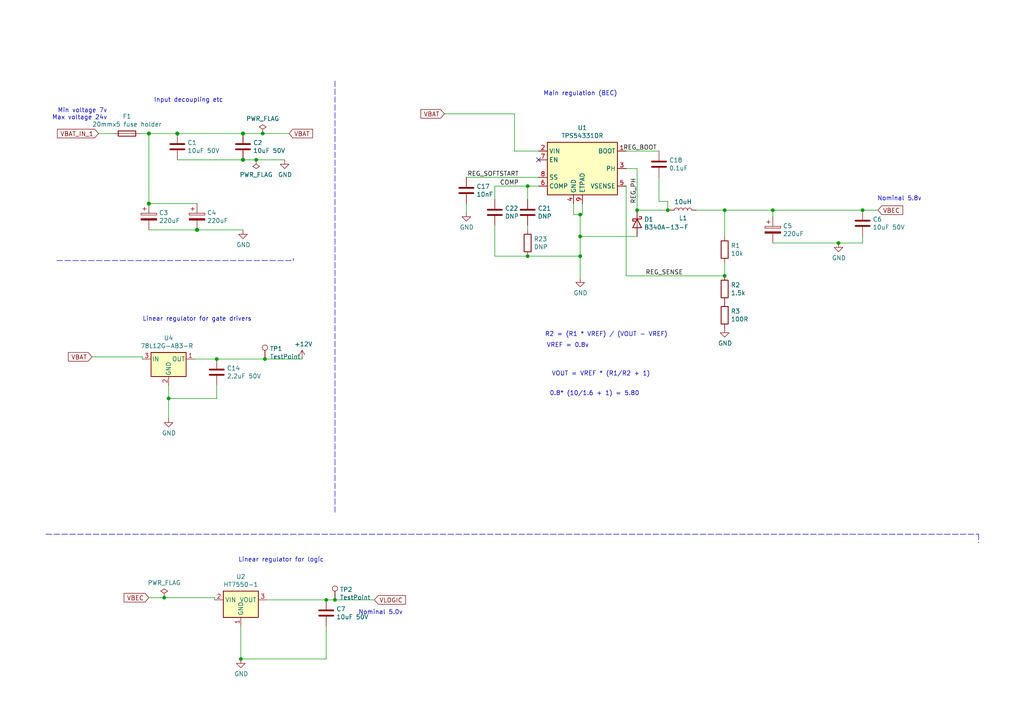
<source format=kicad_sch>
(kicad_sch (version 20210126) (generator eeschema)
  (paper "A4")
  (lib_symbols
    (symbol "Connector:TestPoint" (pin_numbers hide) (pin_names (offset 0.762) hide)
      (property "Reference" "TP" (at 0 6.858 0))
      (property "Value" "TestPoint" (at 0 5.08 0))
      (symbol "TestPoint_0_1"
        (circle (center 0 3.302) (radius 0.762))
      )
      (symbol "TestPoint_1_1"
        (pin passive line (at 0 0 90) (length 2.54) (name "1") (number "1"))
      )
    )
    (symbol "Device:C" (pin_numbers hide) (pin_names (offset 0.254))
      (property "Reference" "C" (at 0.635 2.54 0))
      (property "Value" "C" (at 0.635 -2.54 0))
      (symbol "C_0_1"
        (polyline (pts (xy -2.032 -0.762) (xy 2.032 -0.762)) (stroke (width 0.508)))
        (polyline (pts (xy -2.032 0.762) (xy 2.032 0.762)) (stroke (width 0.508)))
      )
      (symbol "C_1_1"
        (pin passive line (at 0 3.81 270) (length 2.794) (name "~") (number "1"))
        (pin passive line (at 0 -3.81 90) (length 2.794) (name "~") (number "2"))
      )
    )
    (symbol "Device:CP" (pin_numbers hide) (pin_names (offset 0.254))
      (property "Reference" "C" (at 0.635 2.54 0))
      (property "Value" "CP" (at 0.635 -2.54 0))
      (symbol "CP_0_1"
        (rectangle (start -2.286 0.508) (end 2.286 1.016))
        (rectangle (start 2.286 -0.508) (end -2.286 -1.016) (fill (type outline)))
        (polyline (pts (xy -1.778 2.286) (xy -0.762 2.286)))
        (polyline (pts (xy -1.27 2.794) (xy -1.27 1.778)))
      )
      (symbol "CP_1_1"
        (pin passive line (at 0 3.81 270) (length 2.794) (name "~") (number "1"))
        (pin passive line (at 0 -3.81 90) (length 2.794) (name "~") (number "2"))
      )
    )
    (symbol "Device:D_Schottky" (pin_numbers hide) (pin_names (offset 1.016) hide)
      (property "Reference" "D" (at 0 2.54 0))
      (property "Value" "D_Schottky" (at 0 -2.54 0))
      (symbol "D_Schottky_0_1"
        (polyline (pts (xy 1.27 0) (xy -1.27 0)))
        (polyline (pts (xy 1.27 1.27) (xy 1.27 -1.27) (xy -1.27 0) (xy 1.27 1.27)) (stroke (width 0.254)))
        (polyline (pts (xy -1.905 0.635) (xy -1.905 1.27) (xy -1.27 1.27) (xy -1.27 -1.27) (xy -0.635 -1.27) (xy -0.635 -0.635)) (stroke (width 0.254)))
      )
      (symbol "D_Schottky_1_1"
        (pin passive line (at -3.81 0 0) (length 2.54) (name "K") (number "1"))
        (pin passive line (at 3.81 0 180) (length 2.54) (name "A") (number "2"))
      )
    )
    (symbol "Device:Fuse" (pin_numbers hide) (pin_names (offset 0))
      (property "Reference" "F" (at 2.032 0 90))
      (property "Value" "Fuse" (at -1.905 0 90))
      (symbol "Fuse_0_1"
        (rectangle (start -0.762 -2.54) (end 0.762 2.54) (stroke (width 0.254)))
        (polyline (pts (xy 0 2.54) (xy 0 -2.54)))
      )
      (symbol "Fuse_1_1"
        (pin passive line (at 0 3.81 270) (length 1.27) (name "~") (number "1"))
        (pin passive line (at 0 -3.81 90) (length 1.27) (name "~") (number "2"))
      )
    )
    (symbol "Device:L" (pin_numbers hide) (pin_names (offset 1.016) hide)
      (property "Reference" "L" (at -1.27 0 90))
      (property "Value" "L" (at 1.905 0 90))
      (symbol "L_0_1"
        (arc (start 0 -2.54) (end 0 -1.27) (radius (at 0 -1.905) (length 0.635) (angles -89.9 89.9)))
        (arc (start 0 -1.27) (end 0 0) (radius (at 0 -0.635) (length 0.635) (angles -89.9 89.9)))
        (arc (start 0 0) (end 0 1.27) (radius (at 0 0.635) (length 0.635) (angles -89.9 89.9)))
        (arc (start 0 1.27) (end 0 2.54) (radius (at 0 1.905) (length 0.635) (angles -89.9 89.9)))
      )
      (symbol "L_1_1"
        (pin passive line (at 0 3.81 270) (length 1.27) (name "1") (number "1"))
        (pin passive line (at 0 -3.81 90) (length 1.27) (name "2") (number "2"))
      )
    )
    (symbol "Device:R" (pin_numbers hide) (pin_names (offset 0))
      (property "Reference" "R" (at 2.032 0 90))
      (property "Value" "R" (at 0 0 90))
      (symbol "R_0_1"
        (rectangle (start -1.016 -2.54) (end 1.016 2.54) (stroke (width 0.254)))
      )
      (symbol "R_1_1"
        (pin passive line (at 0 3.81 270) (length 1.27) (name "~") (number "1"))
        (pin passive line (at 0 -3.81 90) (length 1.27) (name "~") (number "2"))
      )
    )
    (symbol "Regulator_Linear:HT75xx-1-SOT89"
      (property "Reference" "U" (at -5.08 -3.81 0))
      (property "Value" "HT75xx-1-SOT89" (at 0 6.35 0))
      (symbol "HT75xx-1-SOT89_0_1"
        (rectangle (start -5.08 5.08) (end 5.08 -2.54) (stroke (width 0.254)) (fill (type background)))
      )
      (symbol "HT75xx-1-SOT89_1_1"
        (pin power_in line (at 0 -5.08 90) (length 2.54) (name "GND") (number "1"))
        (pin power_in line (at -7.62 2.54 0) (length 2.54) (name "VIN") (number "2"))
        (pin power_out line (at 7.62 2.54 180) (length 2.54) (name "VOUT") (number "3"))
      )
    )
    (symbol "Regulator_Linear:L78L12_SOT89" (pin_names (offset 0.254))
      (property "Reference" "U" (at -3.81 3.175 0))
      (property "Value" "L78L12_SOT89" (at -0.635 3.175 0))
      (symbol "L78L12_SOT89_0_1"
        (rectangle (start -5.08 1.905) (end 5.08 -5.08) (stroke (width 0.254)) (fill (type background)))
      )
      (symbol "L78L12_SOT89_1_1"
        (pin power_out line (at 7.62 0 180) (length 2.54) (name "OUT") (number "1"))
        (pin power_in line (at 0 -7.62 90) (length 2.54) (name "GND") (number "2"))
        (pin power_in line (at -7.62 0 0) (length 2.54) (name "IN") (number "3"))
      )
    )
    (symbol "Regulator_Switching:TPS54336ADDA"
      (property "Reference" "U" (at -8.89 8.89 0))
      (property "Value" "TPS54336ADDA" (at 3.81 8.89 0))
      (symbol "TPS54336ADDA_1_1"
        (rectangle (start -10.16 7.62) (end 10.16 -7.62) (stroke (width 0.254)) (fill (type background)))
        (pin output line (at 12.7 5.08 180) (length 2.54) (name "BOOT") (number "1"))
        (pin power_in line (at -12.7 5.08 0) (length 2.54) (name "VIN") (number "2"))
        (pin output line (at 12.7 0 180) (length 2.54) (name "PH") (number "3"))
        (pin power_in line (at -2.54 -10.16 90) (length 2.54) (name "GND") (number "4"))
        (pin input line (at 12.7 -5.08 180) (length 2.54) (name "VSENSE") (number "5"))
        (pin output line (at -12.7 -5.08 0) (length 2.54) (name "COMP") (number "6"))
        (pin input line (at -12.7 2.54 0) (length 2.54) (name "EN") (number "7"))
        (pin output line (at -12.7 -2.54 0) (length 2.54) (name "SS") (number "8"))
        (pin power_in line (at 0 -10.16 90) (length 2.54) (name "ETPAD") (number "9"))
      )
    )
    (symbol "power:+12V" (power) (pin_names (offset 0))
      (property "Value" "+12V" (at 0 3.556 0))
      (symbol "+12V_0_1"
        (polyline (pts (xy -0.762 1.27) (xy 0 2.54)))
        (polyline (pts (xy 0 0) (xy 0 2.54)))
        (polyline (pts (xy 0 2.54) (xy 0.762 1.27)))
      )
      (symbol "+12V_1_1"
        (pin power_in line (at 0 0 90) (length 0) hide (name "+12V") (number "1"))
      )
    )
    (symbol "power:GND" (power) (pin_names (offset 0))
      (property "Value" "GND" (at 0 -3.81 0))
      (symbol "GND_0_1"
        (polyline (pts (xy 0 0) (xy 0 -1.27) (xy 1.27 -1.27) (xy 0 -2.54) (xy -1.27 -1.27) (xy 0 -1.27)))
      )
      (symbol "GND_1_1"
        (pin power_in line (at 0 0 270) (length 0) hide (name "GND") (number "1"))
      )
    )
    (symbol "power:PWR_FLAG" (power) (pin_numbers hide) (pin_names (offset 0) hide)
      (property "Value" "PWR_FLAG" (at 0 3.81 0))
      (symbol "PWR_FLAG_0_0"
        (pin power_out line (at 0 0 90) (length 0) (name "pwr") (number "1"))
      )
      (symbol "PWR_FLAG_0_1"
        (polyline (pts (xy 0 0) (xy 0 1.27) (xy -1.016 1.905) (xy 0 2.54) (xy 1.016 1.905) (xy 0 1.27)))
      )
    )
  )
  (junction (at 43.18 38.735) (diameter 1.016))
  (junction (at 43.18 59.055) (diameter 1.016))
  (junction (at 47.625 173.355) (diameter 0.9144))
  (junction (at 48.895 115.57) (diameter 0.9144))
  (junction (at 51.435 38.735) (diameter 1.016))
  (junction (at 57.15 66.675) (diameter 1.016))
  (junction (at 62.865 104.14) (diameter 0.9144))
  (junction (at 69.85 191.135) (diameter 0.9144))
  (junction (at 70.485 38.735) (diameter 1.016))
  (junction (at 70.485 46.355) (diameter 1.016))
  (junction (at 74.295 46.355) (diameter 0.9144))
  (junction (at 76.2 38.735) (diameter 0.9144))
  (junction (at 76.835 104.14) (diameter 0.9144))
  (junction (at 94.615 173.99) (diameter 0.9144))
  (junction (at 97.155 173.99) (diameter 0.9144))
  (junction (at 153.035 53.975) (diameter 0.9144))
  (junction (at 153.035 74.295) (diameter 0.9144))
  (junction (at 168.275 62.23) (diameter 0.9144))
  (junction (at 168.275 68.58) (diameter 0.9144))
  (junction (at 168.275 74.295) (diameter 0.9144))
  (junction (at 184.785 60.96) (diameter 0.9144))
  (junction (at 193.675 60.96) (diameter 0.9144))
  (junction (at 210.185 60.96) (diameter 0.9144))
  (junction (at 210.185 80.01) (diameter 0.9144))
  (junction (at 224.155 60.96) (diameter 0.9144))
  (junction (at 243.205 70.485) (diameter 0.9144))
  (junction (at 250.19 60.96) (diameter 0.9144))
  (no_connect (at 156.21 46.355))
  (wire (pts (xy 26.67 103.505) (xy 41.275 103.505)))
  (wire (pts (xy 28.575 38.735) (xy 33.02 38.735)))
  (wire (pts (xy 40.64 38.735) (xy 43.18 38.735)))
  (wire (pts (xy 41.275 103.505) (xy 41.275 104.14)))
  (wire (pts (xy 43.18 38.735) (xy 43.18 59.055)))
  (wire (pts (xy 43.18 59.055) (xy 57.15 59.055)))
  (wire (pts (xy 43.18 66.675) (xy 57.15 66.675)))
  (wire (pts (xy 43.18 173.355) (xy 47.625 173.355)))
  (wire (pts (xy 47.625 173.355) (xy 62.23 173.355)))
  (wire (pts (xy 48.895 111.76) (xy 48.895 115.57)))
  (wire (pts (xy 48.895 115.57) (xy 48.895 121.285)))
  (wire (pts (xy 51.435 38.735) (xy 43.18 38.735)))
  (wire (pts (xy 51.435 38.735) (xy 70.485 38.735)))
  (wire (pts (xy 51.435 46.355) (xy 70.485 46.355)))
  (wire (pts (xy 56.515 104.14) (xy 62.865 104.14)))
  (wire (pts (xy 57.15 66.675) (xy 70.485 66.675)))
  (wire (pts (xy 62.23 173.355) (xy 62.23 173.99)))
  (wire (pts (xy 62.865 104.14) (xy 76.835 104.14)))
  (wire (pts (xy 62.865 111.76) (xy 62.865 115.57)))
  (wire (pts (xy 62.865 115.57) (xy 48.895 115.57)))
  (wire (pts (xy 69.85 181.61) (xy 69.85 191.135)))
  (wire (pts (xy 69.85 191.135) (xy 94.615 191.135)))
  (wire (pts (xy 70.485 38.735) (xy 76.2 38.735)))
  (wire (pts (xy 74.295 46.355) (xy 70.485 46.355)))
  (wire (pts (xy 74.295 46.355) (xy 82.55 46.355)))
  (wire (pts (xy 76.2 38.735) (xy 83.82 38.735)))
  (wire (pts (xy 76.835 104.14) (xy 87.63 104.14)))
  (wire (pts (xy 77.47 173.99) (xy 94.615 173.99)))
  (wire (pts (xy 94.615 173.99) (xy 97.155 173.99)))
  (wire (pts (xy 94.615 181.61) (xy 94.615 191.135)))
  (wire (pts (xy 97.155 173.99) (xy 108.585 173.99)))
  (wire (pts (xy 128.905 33.02) (xy 149.225 33.02)))
  (wire (pts (xy 135.255 51.435) (xy 156.21 51.435)))
  (wire (pts (xy 135.255 59.055) (xy 135.255 61.595)))
  (wire (pts (xy 143.51 53.975) (xy 153.035 53.975)))
  (wire (pts (xy 143.51 57.785) (xy 143.51 53.975)))
  (wire (pts (xy 143.51 65.405) (xy 143.51 74.295)))
  (wire (pts (xy 143.51 74.295) (xy 153.035 74.295)))
  (wire (pts (xy 149.225 33.02) (xy 149.225 43.815)))
  (wire (pts (xy 149.225 43.815) (xy 156.21 43.815)))
  (wire (pts (xy 153.035 53.975) (xy 156.21 53.975)))
  (wire (pts (xy 153.035 57.785) (xy 153.035 53.975)))
  (wire (pts (xy 153.035 65.405) (xy 153.035 66.675)))
  (wire (pts (xy 153.035 74.295) (xy 168.275 74.295)))
  (wire (pts (xy 166.37 59.055) (xy 166.37 62.23)))
  (wire (pts (xy 166.37 62.23) (xy 168.275 62.23)))
  (wire (pts (xy 168.275 62.23) (xy 168.91 62.23)))
  (wire (pts (xy 168.275 68.58) (xy 168.275 62.23)))
  (wire (pts (xy 168.275 74.295) (xy 168.275 68.58)))
  (wire (pts (xy 168.275 80.645) (xy 168.275 74.295)))
  (wire (pts (xy 168.91 59.055) (xy 168.91 62.23)))
  (wire (pts (xy 181.61 43.815) (xy 191.135 43.815)))
  (wire (pts (xy 181.61 48.895) (xy 184.785 48.895)))
  (wire (pts (xy 181.61 53.975) (xy 181.61 80.01)))
  (wire (pts (xy 181.61 80.01) (xy 210.185 80.01)))
  (wire (pts (xy 184.785 48.895) (xy 184.785 60.96)))
  (wire (pts (xy 184.785 68.58) (xy 168.275 68.58)))
  (wire (pts (xy 191.135 51.435) (xy 191.135 58.42)))
  (wire (pts (xy 191.135 58.42) (xy 193.675 58.42)))
  (wire (pts (xy 193.675 58.42) (xy 193.675 60.96)))
  (wire (pts (xy 193.675 60.96) (xy 184.785 60.96)))
  (wire (pts (xy 193.675 60.96) (xy 194.31 60.96)))
  (wire (pts (xy 201.93 60.96) (xy 210.185 60.96)))
  (wire (pts (xy 210.185 60.96) (xy 210.185 68.58)))
  (wire (pts (xy 210.185 60.96) (xy 224.155 60.96)))
  (wire (pts (xy 210.185 76.2) (xy 210.185 80.01)))
  (wire (pts (xy 224.155 60.96) (xy 224.155 62.865)))
  (wire (pts (xy 224.155 60.96) (xy 250.19 60.96)))
  (wire (pts (xy 224.155 70.485) (xy 243.205 70.485)))
  (wire (pts (xy 243.205 70.485) (xy 250.19 70.485)))
  (wire (pts (xy 250.19 60.96) (xy 254.635 60.96)))
  (wire (pts (xy 250.19 68.58) (xy 250.19 70.485)))
  (polyline (pts (xy 13.335 154.94) (xy 283.845 154.94)) (stroke (width 0) (type dash)))
  (polyline (pts (xy 16.51 75.565) (xy 85.09 75.565)) (stroke (width 0) (type dash)))
  (polyline (pts (xy 85.09 74.93) (xy 85.09 75.565)) (stroke (width 0) (type dash)))
  (polyline (pts (xy 97.155 23.495) (xy 97.155 148.59)) (stroke (width 0) (type dash)))
  (polyline (pts (xy 283.845 154.94) (xy 283.845 157.48)) (stroke (width 0) (type dash)))
  (text "Min voltage 7v\nMax voltage 24v" (at 31.115 34.925 180) (effects (font (size 1.27 1.27)) (justify right bottom)))
  (text "Input decoupling etc" (at 64.77 29.845 180) (effects (font (size 1.27 1.27)) (justify right bottom)))
  (text "Linear regulator for gate drivers" (at 73.025 93.345 180) (effects (font (size 1.27 1.27)) (justify right bottom)))
  (text "Linear regulator for logic" (at 93.98 163.195 180) (effects (font (size 1.27 1.27)) (justify right bottom)))
  (text "Nominal 5.0v" (at 116.84 178.435 180) (effects (font (size 1.27 1.27)) (justify right bottom)))
  (text "0.8* (10/1.6 + 1) = 5.80" (at 159.385 114.935 0) (effects (font (size 1.27 1.27)) (justify left bottom)))
  (text "VREF = 0.8v" (at 170.815 100.965 180) (effects (font (size 1.27 1.27)) (justify right bottom)))
  (text "Main regulation (BEC)" (at 179.07 27.94 180) (effects (font (size 1.27 1.27)) (justify right bottom)))
  (text "VOUT = VREF * (R1/R2 + 1)" (at 188.595 109.22 180) (effects (font (size 1.27 1.27)) (justify right bottom)))
  (text "R2 = (R1 * VREF) / (VOUT - VREF)" (at 193.675 97.79 180) (effects (font (size 1.27 1.27)) (justify right bottom)))
  (text "Nominal 5.8v" (at 267.335 58.42 180) (effects (font (size 1.27 1.27)) (justify right bottom)))
  (label "REG_SOFTSTART" (at 150.495 51.435 180))
  (label "COMP" (at 150.495 53.975 180))
  (label "REG_PH" (at 184.785 59.055 90))
  (label "REG_BOOT" (at 190.5 43.815 180))
  (label "REG_SENSE" (at 198.12 80.01 180))
  (global_label "VBAT" (shape input) (at 26.67 103.505 180) (property "Intersheet References" "${INTERSHEET_REFS}" (effects hide)))
  (global_label "VBAT_IN_1" (shape input) (at 28.575 38.735 180) (property "Intersheet References" "${INTERSHEET_REFS}" (effects hide)))
  (global_label "VBEC" (shape input) (at 43.18 173.355 180) (property "Intersheet References" "${INTERSHEET_REFS}" (effects hide)))
  (global_label "VBAT" (shape input) (at 83.82 38.735 0) (property "Intersheet References" "${INTERSHEET_REFS}" (effects hide)))
  (global_label "VLOGIC" (shape input) (at 108.585 173.99 0) (property "Intersheet References" "${INTERSHEET_REFS}" (effects hide)))
  (global_label "VBAT" (shape input) (at 128.905 33.02 180) (property "Intersheet References" "${INTERSHEET_REFS}" (effects hide)))
  (global_label "VBEC" (shape input) (at 254.635 60.96 0) (property "Intersheet References" "${INTERSHEET_REFS}" (effects hide)))
  (symbol (lib_id "power:PWR_FLAG") (at 47.625 173.355 0) (unit 1)
    (property "Reference" "#FLG0102" (effects hide))
    (property "Value" "PWR_FLAG" (at 47.625 169.0306 0))
  )
  (symbol (lib_id "power:PWR_FLAG") (at 74.295 46.355 180) (unit 1)
    (property "Reference" "#FLG01" (effects hide))
    (property "Value" "PWR_FLAG" (at 74.295 50.6794 0))
  )
  (symbol (lib_id "power:PWR_FLAG") (at 76.2 38.735 0) (unit 1)
    (property "Reference" "#FLG0101" (effects hide))
    (property "Value" "PWR_FLAG" (at 76.2 34.4106 0))
  )
  (symbol (lib_id "Connector:TestPoint") (at 76.835 104.14 0) (unit 1)
    (property "Reference" "TP1" (at 78.2321 101.1491 0) (effects (justify left)))
    (property "Value" "TestPoint" (at 78.2321 103.4478 0) (effects (justify left)))
    (property "Footprint" "TestPoint:TestPoint_Pad_1.5x1.5mm" (effects hide))
  )
  (symbol (lib_id "Connector:TestPoint") (at 97.155 173.99 0) (unit 1)
    (property "Reference" "TP2" (at 98.5521 170.9991 0) (effects (justify left)))
    (property "Value" "TestPoint" (at 98.5521 173.2978 0) (effects (justify left)))
    (property "Footprint" "TestPoint:TestPoint_Pad_1.5x1.5mm" (effects hide))
  )
  (symbol (lib_id "power:+12V") (at 87.63 104.14 0) (unit 1)
    (property "Reference" "#PWR029" (effects hide))
    (property "Value" "+12V" (at 87.9983 99.8156 0))
  )
  (symbol (lib_id "Device:L") (at 198.12 60.96 90) (unit 1)
    (property "Reference" "L1" (at 198.12 63.2268 90))
    (property "Value" "10uH" (at 198.12 58.5405 90))
    (property "Footprint" "Inductor_SMD:L_12x12mm_H4.5mm" (effects hide))
    (property "LCSC" "C497890" (effects hide))
    (property "MPN" "YSPI1040-101M" (effects hide))
  )
  (symbol (lib_id "power:GND") (at 48.895 121.285 0) (unit 1)
    (property "Reference" "#PWR028" (effects hide))
    (property "Value" "GND" (at 49.0093 125.6094 0))
  )
  (symbol (lib_id "power:GND") (at 69.85 191.135 0) (unit 1)
    (property "Reference" "#PWR07" (effects hide))
    (property "Value" "GND" (at 69.9643 195.4594 0))
  )
  (symbol (lib_id "power:GND") (at 70.485 66.675 0) (unit 1)
    (property "Reference" "#PWR03" (effects hide))
    (property "Value" "GND" (at 70.5993 70.9994 0))
  )
  (symbol (lib_id "power:GND") (at 82.55 46.355 0) (unit 1)
    (property "Reference" "#PWR02" (effects hide))
    (property "Value" "GND" (at 82.6643 50.6794 0))
  )
  (symbol (lib_id "power:GND") (at 135.255 61.595 0) (unit 1)
    (property "Reference" "#PWR019" (effects hide))
    (property "Value" "GND" (at 135.3693 65.9194 0))
  )
  (symbol (lib_id "power:GND") (at 168.275 80.645 0) (unit 1)
    (property "Reference" "#PWR04" (effects hide))
    (property "Value" "GND" (at 168.3893 84.9694 0))
  )
  (symbol (lib_id "power:GND") (at 210.185 95.25 0) (unit 1)
    (property "Reference" "#PWR05" (effects hide))
    (property "Value" "GND" (at 210.2993 99.5744 0))
  )
  (symbol (lib_id "power:GND") (at 243.205 70.485 0) (unit 1)
    (property "Reference" "#PWR06" (effects hide))
    (property "Value" "GND" (at 243.3193 74.8094 0))
  )
  (symbol (lib_id "Device:Fuse") (at 36.83 38.735 90) (unit 1)
    (property "Reference" "F1" (at 36.83 33.7628 90))
    (property "Value" "20mmx5 fuse holder" (at 36.83 36.061 90))
    (property "Footprint" "beetletriple:fuseholder_flexible" (effects hide))
  )
  (symbol (lib_id "Device:R") (at 153.035 70.485 0) (unit 1)
    (property "Reference" "R23" (at 154.813 69.336 0) (effects (justify left)))
    (property "Value" "DNP" (at 154.813 71.634 0) (effects (justify left)))
    (property "Footprint" "Resistor_SMD:R_0805_2012Metric" (effects hide))
  )
  (symbol (lib_id "Device:R") (at 210.185 72.39 0) (unit 1)
    (property "Reference" "R1" (at 211.963 71.241 0) (effects (justify left)))
    (property "Value" "10k" (at 211.963 73.539 0) (effects (justify left)))
    (property "Footprint" "Resistor_SMD:R_0805_2012Metric" (effects hide))
    (property "LCSC" "C17414" (effects hide))
  )
  (symbol (lib_id "Device:R") (at 210.185 83.82 0) (unit 1)
    (property "Reference" "R2" (at 211.963 82.671 0) (effects (justify left)))
    (property "Value" "1.5k" (at 211.963 84.969 0) (effects (justify left)))
    (property "Footprint" "Resistor_SMD:R_0805_2012Metric" (effects hide))
    (property "LCSC" "C4310" (effects hide))
  )
  (symbol (lib_id "Device:R") (at 210.185 91.44 0) (unit 1)
    (property "Reference" "R3" (at 211.963 90.291 0) (effects (justify left)))
    (property "Value" "100R" (at 211.963 92.589 0) (effects (justify left)))
    (property "Footprint" "Resistor_SMD:R_0805_2012Metric" (effects hide))
    (property "LCSC" "C17408" (effects hide))
  )
  (symbol (lib_id "Device:D_Schottky") (at 184.785 64.77 270) (unit 1)
    (property "Reference" "D1" (at 186.8171 63.6206 90) (effects (justify left)))
    (property "Value" "B340A-13-F" (at 186.8171 65.9193 90) (effects (justify left)))
    (property "Footprint" "Diode_SMD:D_SMA_Handsoldering" (effects hide))
    (property "LCSC" "C85098" (effects hide))
    (property "MPN" "B340A" (effects hide))
  )
  (symbol (lib_id "Device:CP") (at 43.18 62.865 0) (unit 1)
    (property "Reference" "C3" (at 46.1011 61.7156 0) (effects (justify left)))
    (property "Value" "220uF" (at 46.101 64.014 0) (effects (justify left)))
    (property "Footprint" "Capacitor_SMD:C_Elec_10x10.2" (effects hide))
    (property "LCSC" "C125977" (effects hide))
  )
  (symbol (lib_id "Device:C") (at 51.435 42.545 0) (unit 1)
    (property "Reference" "C1" (at 54.3561 41.3956 0) (effects (justify left)))
    (property "Value" "10uF 50V" (at 54.3561 43.6943 0) (effects (justify left)))
    (property "Footprint" "Capacitor_SMD:C_1206_3216Metric" (effects hide))
    (property "LCSC" "C13585" (effects hide))
  )
  (symbol (lib_id "Device:CP") (at 57.15 62.865 0) (unit 1)
    (property "Reference" "C4" (at 60.0711 61.7156 0) (effects (justify left)))
    (property "Value" "220uF" (at 60.071 64.014 0) (effects (justify left)))
    (property "Footprint" "Capacitor_SMD:C_Elec_10x10.2" (effects hide))
    (property "LCSC" "C125977" (effects hide))
  )
  (symbol (lib_id "Device:C") (at 62.865 107.95 0) (unit 1)
    (property "Reference" "C14" (at 65.786 106.801 0) (effects (justify left)))
    (property "Value" "2.2uF 50V" (at 65.7861 109.0993 0) (effects (justify left)))
    (property "Footprint" "Capacitor_SMD:C_1206_3216Metric" (effects hide))
    (property "LCSC" "C50254" (effects hide))
  )
  (symbol (lib_id "Device:C") (at 70.485 42.545 0) (unit 1)
    (property "Reference" "C2" (at 73.4061 41.3956 0) (effects (justify left)))
    (property "Value" "10uF 50V" (at 73.4061 43.6943 0) (effects (justify left)))
    (property "Footprint" "Capacitor_SMD:C_1206_3216Metric" (effects hide))
    (property "LCSC" "C13585" (effects hide))
  )
  (symbol (lib_id "Device:C") (at 94.615 177.8 0) (unit 1)
    (property "Reference" "C7" (at 97.5361 176.6506 0) (effects (justify left)))
    (property "Value" "10uF 50V" (at 97.5361 178.9493 0) (effects (justify left)))
    (property "Footprint" "Capacitor_SMD:C_1206_3216Metric" (effects hide))
    (property "LCSC" "C13585" (effects hide))
  )
  (symbol (lib_id "Device:C") (at 135.255 55.245 0) (unit 1)
    (property "Reference" "C17" (at 138.1761 54.0956 0) (effects (justify left)))
    (property "Value" "10nF" (at 138.176 56.394 0) (effects (justify left)))
    (property "Footprint" "Capacitor_SMD:C_1206_3216Metric" (effects hide))
    (property "LCSC" "C1846" (effects hide))
  )
  (symbol (lib_id "Device:C") (at 143.51 61.595 0) (unit 1)
    (property "Reference" "C22" (at 146.431 60.446 0) (effects (justify left)))
    (property "Value" "DNP" (at 146.431 62.744 0) (effects (justify left)))
    (property "Footprint" "Capacitor_SMD:C_1206_3216Metric" (effects hide))
  )
  (symbol (lib_id "Device:C") (at 153.035 61.595 0) (unit 1)
    (property "Reference" "C21" (at 155.956 60.446 0) (effects (justify left)))
    (property "Value" "DNP" (at 155.956 62.744 0) (effects (justify left)))
    (property "Footprint" "Capacitor_SMD:C_1206_3216Metric" (effects hide))
  )
  (symbol (lib_id "Device:C") (at 191.135 47.625 0) (unit 1)
    (property "Reference" "C18" (at 194.0561 46.4756 0) (effects (justify left)))
    (property "Value" "0.1uF" (at 194.056 48.774 0) (effects (justify left)))
    (property "Footprint" "Capacitor_SMD:C_1206_3216Metric" (effects hide))
    (property "LCSC" "C24497" (effects hide))
  )
  (symbol (lib_id "Device:CP") (at 224.155 66.675 0) (unit 1)
    (property "Reference" "C5" (at 227.076 65.526 0) (effects (justify left)))
    (property "Value" "220uF" (at 227.076 67.824 0) (effects (justify left)))
    (property "Footprint" "Capacitor_SMD:C_Elec_10x10.2" (effects hide))
    (property "LCSC" "C125977" (effects hide))
  )
  (symbol (lib_id "Device:C") (at 250.19 64.77 0) (unit 1)
    (property "Reference" "C6" (at 253.1111 63.6206 0) (effects (justify left)))
    (property "Value" "10uF 50V" (at 253.1111 65.9193 0) (effects (justify left)))
    (property "Footprint" "Capacitor_SMD:C_1206_3216Metric" (effects hide))
    (property "LCSC" "C13585" (effects hide))
  )
  (symbol (lib_id "Regulator_Linear:L78L12_SOT89") (at 48.895 104.14 0) (unit 1)
    (property "Reference" "U4" (at 48.895 98.0248 0))
    (property "Value" "78L12G-AB3-R " (at 48.895 100.323 0))
    (property "Footprint" "Package_TO_SOT_SMD:SOT-89-3" (effects hide))
    (property "Datasheet" "http://www.st.com/content/ccc/resource/technical/document/datasheet/15/55/e5/aa/23/5b/43/fd/CD00000446.pdf/files/CD00000446.pdf/jcr:content/translations/en.CD00000446.pdf" (effects hide))
    (property "LCSC" "C75501" (effects hide))
    (property "Manufacturer" "Unisonic" (effects hide))
  )
  (symbol (lib_id "Regulator_Linear:HT75xx-1-SOT89") (at 69.85 176.53 0) (unit 1)
    (property "Reference" "U2" (at 69.85 167.2398 0))
    (property "Value" "HT7550-1" (at 69.85 169.538 0))
    (property "Footprint" "Package_TO_SOT_SMD:SOT-89-3" (effects hide))
    (property "Datasheet" "https://www.holtek.com/documents/10179/116711/HT75xx-1v250.pdf" (effects hide))
    (property "LCSC" "C16106" (effects hide))
  )
  (symbol (lib_id "Regulator_Switching:TPS54336ADDA") (at 168.91 48.895 0) (unit 1)
    (property "Reference" "U1" (at 168.91 37.0648 0))
    (property "Value" "TPS54331DR" (at 168.91 39.3635 0))
    (property "Footprint" "Package_SO:TI_SO-PowerPAD-8_ThermalVias" (effects hide))
    (property "Datasheet" "http://www.ti.com/lit/ds/symlink/tps54336a.pdf" (effects hide))
    (property "LCSC" "C9865" (effects hide))
  )
)
</source>
